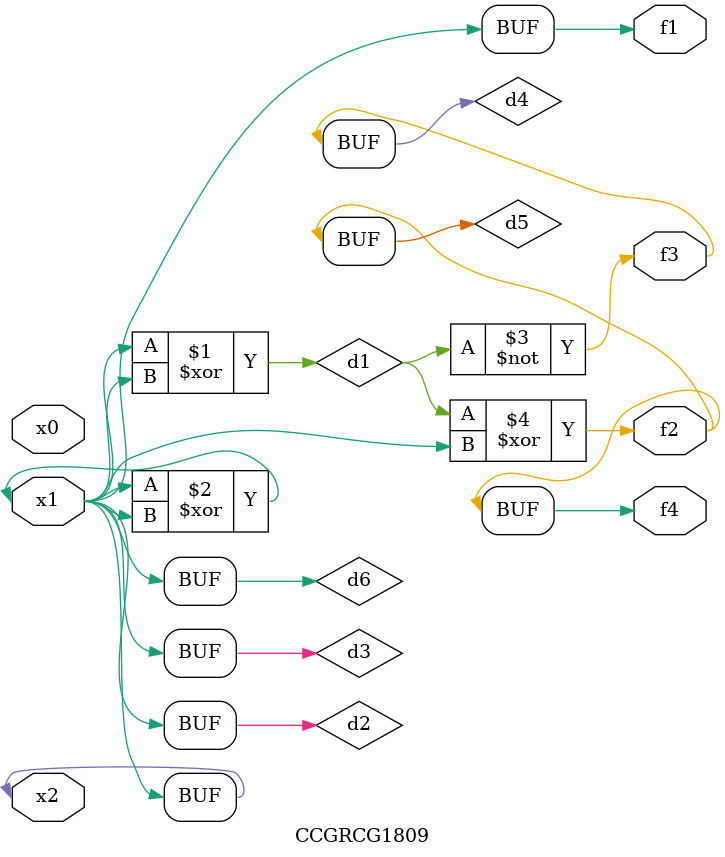
<source format=v>
module CCGRCG1809(
	input x0, x1, x2,
	output f1, f2, f3, f4
);

	wire d1, d2, d3, d4, d5, d6;

	xor (d1, x1, x2);
	buf (d2, x1, x2);
	xor (d3, x1, x2);
	nor (d4, d1);
	xor (d5, d1, d2);
	buf (d6, d2, d3);
	assign f1 = d6;
	assign f2 = d5;
	assign f3 = d4;
	assign f4 = d5;
endmodule

</source>
